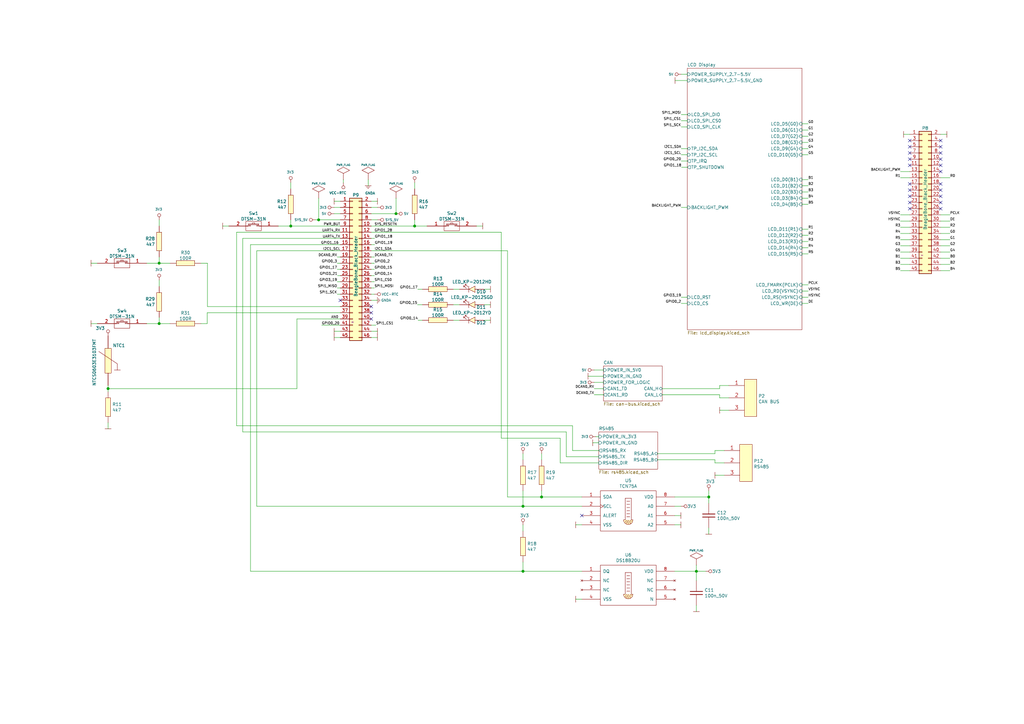
<source format=kicad_sch>
(kicad_sch (version 20210406) (generator eeschema)
  (paper "A3")
  (title_block (title "Beaglebone Black LCD Display cape") (date "2021-04-14") (rev "V1.0") (company "Embedded System Labs"))
  (junction (at 44.323 159.385) (diameter 1.016))
  (junction (at 65.278 107.95) (diameter 1.016))
  (junction (at 65.278 132.715) (diameter 1.016))
  (junction (at 119.253 92.71) (diameter 1.016))
  (junction (at 130.683 90.17) (diameter 1.016))
  (junction (at 162.433 87.63) (diameter 1.016))
  (junction (at 170.053 92.71) (diameter 1.016))
  (junction (at 214.503 207.645) (diameter 1.016))
  (junction (at 214.503 234.315) (diameter 1.016))
  (junction (at 222.123 203.835) (diameter 1.016))
  (junction (at 285.623 234.315) (diameter 1.016))
  (junction (at 290.703 203.835) (diameter 1.016))
  (no_connect (at 139.573 123.19))
  (no_connect (at 152.273 125.73))
  (no_connect (at 152.273 128.27))
  (no_connect (at 152.273 130.81))
  (no_connect (at 238.633 211.455))
  (no_connect (at 373.126 57.658))
  (no_connect (at 373.126 60.198))
  (no_connect (at 373.126 62.738))
  (no_connect (at 373.126 65.278))
  (no_connect (at 373.126 67.818))
  (no_connect (at 373.126 75.438))
  (no_connect (at 373.126 77.978))
  (no_connect (at 373.126 80.518))
  (no_connect (at 373.126 83.058))
  (no_connect (at 373.126 85.598))
  (no_connect (at 385.826 57.658))
  (no_connect (at 385.826 60.198))
  (no_connect (at 385.826 62.738))
  (no_connect (at 385.826 65.278))
  (no_connect (at 385.826 67.818))
  (no_connect (at 385.826 70.358))
  (no_connect (at 385.826 75.438))
  (no_connect (at 385.826 77.978))
  (no_connect (at 385.826 80.518))
  (no_connect (at 385.826 83.058))
  (no_connect (at 385.826 85.598))
  (wire (pts (xy 39.878 107.95) (xy 37.338 107.95)))
  (wire (pts (xy 39.878 132.715) (xy 37.338 132.715)))
  (wire (pts (xy 44.323 158.115) (xy 44.323 159.385)))
  (wire (pts (xy 44.323 159.385) (xy 44.323 160.655)))
  (wire (pts (xy 44.323 159.385) (xy 121.793 159.385)))
  (wire (pts (xy 44.323 173.355) (xy 44.323 175.895)))
  (wire (pts (xy 65.278 90.17) (xy 65.278 92.71)))
  (wire (pts (xy 65.278 105.41) (xy 65.278 107.95)))
  (wire (pts (xy 65.278 107.95) (xy 60.198 107.95)))
  (wire (pts (xy 65.278 107.95) (xy 69.723 107.95)))
  (wire (pts (xy 65.278 114.935) (xy 65.278 117.475)))
  (wire (pts (xy 65.278 130.175) (xy 65.278 132.715)))
  (wire (pts (xy 65.278 132.715) (xy 60.198 132.715)))
  (wire (pts (xy 65.278 132.715) (xy 69.723 132.715)))
  (wire (pts (xy 84.963 128.27) (xy 84.963 132.715)))
  (wire (pts (xy 84.963 132.715) (xy 82.423 132.715)))
  (wire (pts (xy 85.09 107.95) (xy 82.423 107.95)))
  (wire (pts (xy 85.09 125.73) (xy 85.09 107.95)))
  (wire (pts (xy 93.853 92.71) (xy 91.313 92.71)))
  (wire (pts (xy 97.028 95.25) (xy 97.028 174.625)))
  (wire (pts (xy 99.568 97.79) (xy 99.568 177.165)))
  (wire (pts (xy 99.568 177.165) (xy 232.283 177.165)))
  (wire (pts (xy 102.743 100.33) (xy 102.743 234.315)))
  (wire (pts (xy 102.743 234.315) (xy 214.503 234.315)))
  (wire (pts (xy 105.283 102.87) (xy 105.283 207.645)))
  (wire (pts (xy 105.283 207.645) (xy 214.503 207.645)))
  (wire (pts (xy 119.253 74.93) (xy 119.253 77.47)))
  (wire (pts (xy 119.253 90.17) (xy 119.253 92.71)))
  (wire (pts (xy 119.253 92.71) (xy 114.173 92.71)))
  (wire (pts (xy 119.253 92.71) (xy 139.573 92.71)))
  (wire (pts (xy 121.793 130.81) (xy 121.793 159.385)))
  (wire (pts (xy 129.413 90.17) (xy 130.683 90.17)))
  (wire (pts (xy 130.683 81.28) (xy 130.683 90.17)))
  (wire (pts (xy 130.683 90.17) (xy 139.573 90.17)))
  (wire (pts (xy 131.953 133.35) (xy 139.573 133.35)))
  (wire (pts (xy 137.033 135.89) (xy 139.573 135.89)))
  (wire (pts (xy 137.033 138.43) (xy 139.573 138.43)))
  (wire (pts (xy 138.303 105.41) (xy 139.573 105.41)))
  (wire (pts (xy 138.303 107.95) (xy 139.573 107.95)))
  (wire (pts (xy 138.303 110.49) (xy 139.573 110.49)))
  (wire (pts (xy 138.303 115.57) (xy 139.573 115.57)))
  (wire (pts (xy 138.303 118.11) (xy 139.573 118.11)))
  (wire (pts (xy 138.303 120.65) (xy 139.573 120.65)))
  (wire (pts (xy 138.43 113.03) (xy 139.573 113.03)))
  (wire (pts (xy 139.573 82.55) (xy 137.033 82.55)))
  (wire (pts (xy 139.573 85.09) (xy 137.033 85.09)))
  (wire (pts (xy 139.573 87.63) (xy 137.033 87.63)))
  (wire (pts (xy 139.573 95.25) (xy 97.028 95.25)))
  (wire (pts (xy 139.573 97.79) (xy 99.568 97.79)))
  (wire (pts (xy 139.573 100.33) (xy 102.743 100.33)))
  (wire (pts (xy 139.573 102.87) (xy 105.283 102.87)))
  (wire (pts (xy 139.573 125.73) (xy 85.09 125.73)))
  (wire (pts (xy 139.573 128.27) (xy 84.963 128.27)))
  (wire (pts (xy 139.573 130.81) (xy 121.793 130.81)))
  (wire (pts (xy 140.843 73.66) (xy 140.843 74.93)))
  (wire (pts (xy 151.003 73.66) (xy 151.003 76.2)))
  (wire (pts (xy 152.273 82.55) (xy 154.813 82.55)))
  (wire (pts (xy 152.273 85.09) (xy 154.813 85.09)))
  (wire (pts (xy 152.273 87.63) (xy 162.433 87.63)))
  (wire (pts (xy 152.273 90.17) (xy 154.813 90.17)))
  (wire (pts (xy 152.273 92.71) (xy 170.053 92.71)))
  (wire (pts (xy 152.273 95.25) (xy 205.613 95.25)))
  (wire (pts (xy 152.273 97.79) (xy 153.67 97.79)))
  (wire (pts (xy 152.273 100.33) (xy 153.67 100.33)))
  (wire (pts (xy 152.273 102.87) (xy 208.153 102.87)))
  (wire (pts (xy 152.273 105.41) (xy 153.543 105.41)))
  (wire (pts (xy 152.273 107.95) (xy 153.543 107.95)))
  (wire (pts (xy 152.273 110.49) (xy 153.543 110.49)))
  (wire (pts (xy 152.273 113.03) (xy 153.543 113.03)))
  (wire (pts (xy 152.273 115.57) (xy 153.543 115.57)))
  (wire (pts (xy 152.273 118.11) (xy 153.543 118.11)))
  (wire (pts (xy 152.273 120.65) (xy 153.543 120.65)))
  (wire (pts (xy 152.273 123.19) (xy 154.813 123.19)))
  (wire (pts (xy 152.273 133.35) (xy 154.178 133.35)))
  (wire (pts (xy 152.273 135.89) (xy 154.813 135.89)))
  (wire (pts (xy 152.273 138.43) (xy 154.813 138.43)))
  (wire (pts (xy 162.433 81.28) (xy 162.433 87.63)))
  (wire (pts (xy 170.053 74.93) (xy 170.053 77.47)))
  (wire (pts (xy 170.053 90.17) (xy 170.053 92.71)))
  (wire (pts (xy 170.053 92.71) (xy 175.133 92.71)))
  (wire (pts (xy 171.196 124.968) (xy 173.228 124.968)))
  (wire (pts (xy 171.323 118.618) (xy 173.228 118.618)))
  (wire (pts (xy 171.45 131.318) (xy 173.228 131.318)))
  (wire (pts (xy 185.928 118.618) (xy 188.468 118.618)))
  (wire (pts (xy 185.928 124.968) (xy 188.468 124.968)))
  (wire (pts (xy 185.928 131.318) (xy 188.468 131.318)))
  (wire (pts (xy 195.453 92.71) (xy 197.993 92.71)))
  (wire (pts (xy 198.628 118.618) (xy 201.168 118.618)))
  (wire (pts (xy 198.628 124.968) (xy 201.168 124.968)))
  (wire (pts (xy 198.628 131.318) (xy 201.168 131.318)))
  (wire (pts (xy 205.613 95.25) (xy 205.613 179.705)))
  (wire (pts (xy 205.613 179.705) (xy 229.743 179.705)))
  (wire (pts (xy 208.153 102.87) (xy 208.153 203.835)))
  (wire (pts (xy 214.503 186.055) (xy 214.503 188.595)))
  (wire (pts (xy 214.503 201.295) (xy 214.503 207.645)))
  (wire (pts (xy 214.503 207.645) (xy 238.633 207.645)))
  (wire (pts (xy 214.503 215.265) (xy 214.503 217.805)))
  (wire (pts (xy 214.503 230.505) (xy 214.503 234.315)))
  (wire (pts (xy 214.503 234.315) (xy 238.633 234.315)))
  (wire (pts (xy 222.123 186.055) (xy 222.123 188.595)))
  (wire (pts (xy 222.123 201.295) (xy 222.123 203.835)))
  (wire (pts (xy 222.123 203.835) (xy 208.153 203.835)))
  (wire (pts (xy 222.123 203.835) (xy 238.633 203.835)))
  (wire (pts (xy 229.743 179.705) (xy 229.743 189.865)))
  (wire (pts (xy 229.743 189.865) (xy 245.618 189.865)))
  (wire (pts (xy 232.283 177.165) (xy 232.283 187.325)))
  (wire (pts (xy 232.283 187.325) (xy 245.618 187.325)))
  (wire (pts (xy 234.823 174.625) (xy 97.028 174.625)))
  (wire (pts (xy 234.823 184.785) (xy 234.823 174.625)))
  (wire (pts (xy 238.633 215.265) (xy 236.093 215.265)))
  (wire (pts (xy 238.633 245.745) (xy 236.093 245.745)))
  (wire (pts (xy 241.173 154.305) (xy 247.523 154.305)))
  (wire (pts (xy 243.713 151.765) (xy 247.523 151.765)))
  (wire (pts (xy 243.713 156.845) (xy 247.523 156.845)))
  (wire (pts (xy 243.713 159.385) (xy 247.523 159.385)))
  (wire (pts (xy 243.713 161.925) (xy 247.523 161.925)))
  (wire (pts (xy 244.348 179.07) (xy 245.618 179.07)))
  (wire (pts (xy 245.618 181.61) (xy 243.078 181.61)))
  (wire (pts (xy 245.618 184.785) (xy 234.823 184.785)))
  (wire (pts (xy 269.748 186.055) (xy 293.243 186.055)))
  (wire (pts (xy 269.748 188.595) (xy 293.243 188.595)))
  (wire (pts (xy 271.653 159.385) (xy 295.148 159.385)))
  (wire (pts (xy 271.653 161.925) (xy 295.148 161.925)))
  (wire (pts (xy 276.733 211.455) (xy 279.273 211.455)))
  (wire (pts (xy 276.733 215.265) (xy 279.273 215.265)))
  (wire (pts (xy 276.86 33.02) (xy 281.94 33.02)))
  (wire (pts (xy 279.273 207.645) (xy 276.733 207.645)))
  (wire (pts (xy 279.4 30.48) (xy 281.94 30.48)))
  (wire (pts (xy 279.4 46.99) (xy 281.94 46.99)))
  (wire (pts (xy 279.4 49.53) (xy 281.94 49.53)))
  (wire (pts (xy 279.4 52.07) (xy 281.94 52.07)))
  (wire (pts (xy 279.4 60.96) (xy 281.94 60.96)))
  (wire (pts (xy 279.4 63.5) (xy 281.94 63.5)))
  (wire (pts (xy 279.4 66.04) (xy 281.94 66.04)))
  (wire (pts (xy 279.4 85.09) (xy 281.94 85.09)))
  (wire (pts (xy 279.4 121.92) (xy 281.94 121.92)))
  (wire (pts (xy 279.4 124.46) (xy 281.94 124.46)))
  (wire (pts (xy 279.527 68.58) (xy 281.94 68.58)))
  (wire (pts (xy 285.623 231.775) (xy 285.623 234.315)))
  (wire (pts (xy 285.623 234.315) (xy 276.733 234.315)))
  (wire (pts (xy 285.623 238.125) (xy 285.623 234.315)))
  (wire (pts (xy 285.623 248.285) (xy 285.623 250.825)))
  (wire (pts (xy 289.433 234.315) (xy 285.623 234.315)))
  (wire (pts (xy 290.703 201.295) (xy 290.703 203.835)))
  (wire (pts (xy 290.703 203.835) (xy 276.733 203.835)))
  (wire (pts (xy 290.703 206.375) (xy 290.703 203.835)))
  (wire (pts (xy 290.703 216.535) (xy 290.703 219.075)))
  (wire (pts (xy 293.243 184.785) (xy 297.053 184.785)))
  (wire (pts (xy 293.243 186.055) (xy 293.243 184.785)))
  (wire (pts (xy 293.243 188.595) (xy 293.243 189.865)))
  (wire (pts (xy 293.243 189.865) (xy 297.053 189.865)))
  (wire (pts (xy 295.148 158.115) (xy 298.958 158.115)))
  (wire (pts (xy 295.148 159.385) (xy 295.148 158.115)))
  (wire (pts (xy 295.148 161.925) (xy 295.148 163.195)))
  (wire (pts (xy 295.148 163.195) (xy 298.958 163.195)))
  (wire (pts (xy 297.053 194.945) (xy 293.243 194.945)))
  (wire (pts (xy 298.958 168.275) (xy 295.148 168.275)))
  (wire (pts (xy 328.93 50.8) (xy 331.47 50.8)))
  (wire (pts (xy 328.93 53.34) (xy 331.47 53.34)))
  (wire (pts (xy 328.93 55.88) (xy 331.47 55.88)))
  (wire (pts (xy 328.93 58.42) (xy 331.47 58.42)))
  (wire (pts (xy 328.93 60.96) (xy 331.47 60.96)))
  (wire (pts (xy 328.93 63.5) (xy 331.47 63.5)))
  (wire (pts (xy 328.93 73.66) (xy 331.47 73.66)))
  (wire (pts (xy 328.93 76.2) (xy 331.47 76.2)))
  (wire (pts (xy 328.93 78.74) (xy 331.47 78.74)))
  (wire (pts (xy 328.93 81.28) (xy 331.47 81.28)))
  (wire (pts (xy 328.93 83.82) (xy 331.47 83.82)))
  (wire (pts (xy 328.93 93.98) (xy 331.47 93.98)))
  (wire (pts (xy 328.93 96.52) (xy 331.47 96.52)))
  (wire (pts (xy 328.93 99.06) (xy 331.47 99.06)))
  (wire (pts (xy 328.93 101.6) (xy 331.47 101.6)))
  (wire (pts (xy 328.93 104.14) (xy 331.47 104.14)))
  (wire (pts (xy 328.93 116.84) (xy 331.47 116.84)))
  (wire (pts (xy 328.93 119.38) (xy 331.47 119.38)))
  (wire (pts (xy 328.93 121.92) (xy 331.47 121.92)))
  (wire (pts (xy 328.93 124.46) (xy 331.47 124.46)))
  (wire (pts (xy 373.126 55.118) (xy 370.586 55.118)))
  (wire (pts (xy 373.126 70.358) (xy 369.316 70.358)))
  (wire (pts (xy 373.126 72.898) (xy 369.316 72.898)))
  (wire (pts (xy 373.126 88.138) (xy 369.316 88.138)))
  (wire (pts (xy 373.126 90.678) (xy 369.316 90.678)))
  (wire (pts (xy 373.126 93.218) (xy 369.316 93.218)))
  (wire (pts (xy 373.126 95.758) (xy 369.316 95.758)))
  (wire (pts (xy 373.126 98.298) (xy 369.316 98.298)))
  (wire (pts (xy 373.126 100.838) (xy 369.316 100.838)))
  (wire (pts (xy 373.126 103.378) (xy 369.316 103.378)))
  (wire (pts (xy 373.126 105.918) (xy 369.316 105.918)))
  (wire (pts (xy 373.126 108.458) (xy 369.316 108.458)))
  (wire (pts (xy 373.126 110.998) (xy 369.316 110.998)))
  (wire (pts (xy 385.826 55.118) (xy 388.366 55.118)))
  (wire (pts (xy 385.826 72.898) (xy 389.636 72.898)))
  (wire (pts (xy 385.826 88.138) (xy 389.636 88.138)))
  (wire (pts (xy 385.826 90.678) (xy 389.636 90.678)))
  (wire (pts (xy 385.826 93.218) (xy 389.636 93.218)))
  (wire (pts (xy 385.826 95.758) (xy 389.636 95.758)))
  (wire (pts (xy 385.826 98.298) (xy 389.636 98.298)))
  (wire (pts (xy 385.826 100.838) (xy 389.636 100.838)))
  (wire (pts (xy 385.826 103.378) (xy 389.636 103.378)))
  (wire (pts (xy 385.826 105.918) (xy 389.636 105.918)))
  (wire (pts (xy 385.826 108.458) (xy 389.636 108.458)))
  (wire (pts (xy 385.826 110.998) (xy 389.636 110.998)))
  (label "GPIO0_20" (at 131.953 133.35 0) (effects (font (size 1 1))))
  (label "AN0" (at 135.763 130.81 0) (effects (font (size 1 1))))
  (label "DCAN0_RX" (at 138.303 105.41 180) (effects (font (size 1 1))))
  (label "GPIO0_3" (at 138.303 107.95 180) (effects (font (size 1 1))))
  (label "GPIO1_17" (at 138.303 110.49 180) (effects (font (size 1 1))))
  (label "GPIO3_19" (at 138.303 115.57 180) (effects (font (size 1 1))))
  (label "SPI1_MISO" (at 138.303 118.11 180) (effects (font (size 1 1))))
  (label "SPI1_SCK" (at 138.303 120.65 180) (effects (font (size 1 1))))
  (label "GPIO3_21" (at 138.43 113.03 180) (effects (font (size 1 1))))
  (label "GPIO1_16" (at 138.938 100.33 180) (effects (font (size 1 1))))
  (label "PWR_BUT" (at 139.573 92.71 180) (effects (font (size 1 1))))
  (label "UART4_RX" (at 139.573 95.25 180) (effects (font (size 1 1))))
  (label "UART4_TX" (at 139.573 97.79 180) (effects (font (size 1 1))))
  (label "I2C1_SCL" (at 139.573 102.87 180) (effects (font (size 1 1))))
  (label "SYS_RESETN" (at 153.543 92.71 0) (effects (font (size 1 1))))
  (label "GPIO1_28" (at 153.543 95.25 0) (effects (font (size 1 1))))
  (label "I2C1_SDA" (at 153.543 102.87 0) (effects (font (size 1 1))))
  (label "DCAN0_TX" (at 153.543 105.41 0) (effects (font (size 1 1))))
  (label "GPIO0_2" (at 153.543 107.95 0) (effects (font (size 1 1))))
  (label "GPIO0_15" (at 153.543 110.49 0) (effects (font (size 1 1))))
  (label "GPIO0_14" (at 153.543 113.03 0) (effects (font (size 1 1))))
  (label "SPI1_CS0" (at 153.543 115.57 0) (effects (font (size 1 1))))
  (label "SPI1_MOSI" (at 153.543 118.11 0) (effects (font (size 1 1))))
  (label "GPIO1_18" (at 153.67 97.79 0) (effects (font (size 1 1))))
  (label "GPIO1_19" (at 153.67 100.33 0) (effects (font (size 1 1))))
  (label "SPI1_CS1" (at 154.178 133.35 0) (effects (font (size 1 1))))
  (label "GPIO0_15" (at 171.196 124.968 180) (effects (font (size 1 1))))
  (label "GPIO1_17" (at 171.323 118.618 180) (effects (font (size 1 1))))
  (label "GPIO0_14" (at 171.45 131.318 180) (effects (font (size 1 1))))
  (label "DCAN0_RX" (at 243.713 159.385 180) (effects (font (size 1 1))))
  (label "DCAN0_TX" (at 243.713 161.925 180) (effects (font (size 1 1))))
  (label "SPI1_MOSI" (at 279.4 46.99 180) (effects (font (size 1 1))))
  (label "SPI1_CS1" (at 279.4 49.53 180) (effects (font (size 1 1))))
  (label "SPI1_SCK" (at 279.4 52.07 180) (effects (font (size 1 1))))
  (label "I2C1_SDA" (at 279.4 60.96 180) (effects (font (size 1 1))))
  (label "I2C1_SCL" (at 279.4 63.5 180) (effects (font (size 1 1))))
  (label "GPIO0_20" (at 279.4 66.04 180) (effects (font (size 1 1))))
  (label "BACKLIGHT_PWM" (at 279.4 85.09 180) (effects (font (size 1 1))))
  (label "GPIO3_19" (at 279.4 121.92 180) (effects (font (size 1 1))))
  (label "GPIO0_2" (at 279.4 124.46 180) (effects (font (size 1 1))))
  (label "GPIO1_18" (at 279.527 68.58 180) (effects (font (size 1 1))))
  (label "G0" (at 331.47 50.8 0) (effects (font (size 1 1))))
  (label "G1" (at 331.47 53.34 0) (effects (font (size 1 1))))
  (label "G2" (at 331.47 55.88 0) (effects (font (size 1 1))))
  (label "G3" (at 331.47 58.42 0) (effects (font (size 1 1))))
  (label "G4" (at 331.47 60.96 0) (effects (font (size 1 1))))
  (label "G5" (at 331.47 63.5 0) (effects (font (size 1 1))))
  (label "B1" (at 331.47 73.66 0) (effects (font (size 1 1))))
  (label "B2" (at 331.47 76.2 0) (effects (font (size 1 1))))
  (label "B3" (at 331.47 78.74 0) (effects (font (size 1 1))))
  (label "B4" (at 331.47 81.28 0) (effects (font (size 1 1))))
  (label "B5" (at 331.47 83.82 0) (effects (font (size 1 1))))
  (label "R1" (at 331.47 93.98 0) (effects (font (size 1 1))))
  (label "R2" (at 331.47 96.52 0) (effects (font (size 1 1))))
  (label "R3" (at 331.47 99.06 0) (effects (font (size 1 1))))
  (label "R4" (at 331.47 101.6 0) (effects (font (size 1 1))))
  (label "R5" (at 331.47 104.14 0) (effects (font (size 1 1))))
  (label "PCLK" (at 331.47 116.84 0) (effects (font (size 1 1))))
  (label "VSYNC" (at 331.47 119.38 0) (effects (font (size 1 1))))
  (label "HSYNC" (at 331.47 121.92 0) (effects (font (size 1 1))))
  (label "DE" (at 331.47 124.46 0) (effects (font (size 1 1))))
  (label "BACKLIGHT_PWM" (at 369.316 70.358 180) (effects (font (size 1 1))))
  (label "R1" (at 369.316 72.898 180) (effects (font (size 1 1))))
  (label "VSYNC" (at 369.316 88.138 180) (effects (font (size 1 1))))
  (label "HSYNC" (at 369.316 90.678 180) (effects (font (size 1 1))))
  (label "R3" (at 369.316 93.218 180) (effects (font (size 1 1))))
  (label "R4" (at 369.316 95.758 180) (effects (font (size 1 1))))
  (label "R5" (at 369.316 98.298 180) (effects (font (size 1 1))))
  (label "G3" (at 369.316 100.838 180) (effects (font (size 1 1))))
  (label "G5" (at 369.316 103.378 180) (effects (font (size 1 1))))
  (label "B1" (at 369.316 105.918 180) (effects (font (size 1 1))))
  (label "B3" (at 369.316 108.458 180) (effects (font (size 1 1))))
  (label "B5" (at 369.316 110.998 180) (effects (font (size 1 1))))
  (label "R0" (at 389.636 72.898 0) (effects (font (size 1 1))))
  (label "PCLK" (at 389.636 88.138 0) (effects (font (size 1 1))))
  (label "DE" (at 389.636 90.678 0) (effects (font (size 1 1))))
  (label "R2" (at 389.636 93.218 0) (effects (font (size 1 1))))
  (label "G0" (at 389.636 95.758 0) (effects (font (size 1 1))))
  (label "G1" (at 389.636 98.298 0) (effects (font (size 1 1))))
  (label "G2" (at 389.636 100.838 0) (effects (font (size 1 1))))
  (label "G4" (at 389.636 103.378 0) (effects (font (size 1 1))))
  (label "B0" (at 389.636 105.918 0) (effects (font (size 1 1))))
  (label "B2" (at 389.636 108.458 0) (effects (font (size 1 1))))
  (label "B4" (at 389.636 110.998 0) (effects (font (size 1 1))))
  (symbol (lib_id "power:GND") (at 37.338 107.95 270) (mirror x) (unit 1)
    (property "Reference" "#PWR0201" (effects hide))
    (property "Value" "GND" (effects hide))
  )
  (symbol (lib_id "power:GND") (at 37.338 132.715 270) (mirror x) (unit 1)
    (property "Reference" "#PWR0192" (effects hide))
    (property "Value" "GND" (effects hide))
  )
  (symbol (lib_id "power:GND") (at 44.323 175.895 0) (unit 1)
    (property "Reference" "#PWR0157" (effects hide))
    (property "Value" "GND" (effects hide))
  )
  (symbol (lib_id "power:GND") (at 91.313 92.71 270) (mirror x) (unit 1)
    (property "Reference" "#PWR0156" (effects hide))
    (property "Value" "GND" (effects hide))
  )
  (symbol (lib_id "power:GND") (at 137.033 82.55 270) (unit 1)
    (property "Reference" "#PWR0123" (effects hide))
    (property "Value" "GND" (effects hide))
  )
  (symbol (lib_id "power:GND") (at 137.033 135.89 90) (unit 1)
    (property "Reference" "#PWR0107" (effects hide))
    (property "Value" "GND" (effects hide))
  )
  (symbol (lib_id "power:GND") (at 137.033 138.43 90) (unit 1)
    (property "Reference" "#PWR0105" (effects hide))
    (property "Value" "GND" (effects hide))
  )
  (symbol (lib_id "power:GND") (at 154.813 82.55 90) (unit 1)
    (property "Reference" "#PWR0102" (effects hide))
    (property "Value" "GND" (effects hide))
  )
  (symbol (lib_id "power:GND") (at 154.813 135.89 90) (unit 1)
    (property "Reference" "#PWR0106" (effects hide))
    (property "Value" "GND" (effects hide))
  )
  (symbol (lib_id "power:GND") (at 154.813 138.43 90) (unit 1)
    (property "Reference" "#PWR0104" (effects hide))
    (property "Value" "GND" (effects hide))
  )
  (symbol (lib_id "power:GND") (at 197.993 92.71 90) (unit 1)
    (property "Reference" "#PWR0161" (effects hide))
    (property "Value" "GND" (effects hide))
  )
  (symbol (lib_id "power:GND") (at 201.168 118.618 90) (unit 1)
    (property "Reference" "#PWR0174" (effects hide))
    (property "Value" "GND" (effects hide))
  )
  (symbol (lib_id "power:GND") (at 201.168 124.968 90) (unit 1)
    (property "Reference" "#PWR0175" (effects hide))
    (property "Value" "GND" (effects hide))
  )
  (symbol (lib_id "power:GND") (at 201.168 131.318 90) (unit 1)
    (property "Reference" "#PWR0176" (effects hide))
    (property "Value" "GND" (effects hide))
  )
  (symbol (lib_id "power:GND") (at 236.093 215.265 270) (unit 1)
    (property "Reference" "#PWR0164" (effects hide))
    (property "Value" "GND" (effects hide))
  )
  (symbol (lib_id "power:GND") (at 236.093 245.745 270) (unit 1)
    (property "Reference" "#PWR0169" (effects hide))
    (property "Value" "GND" (effects hide))
  )
  (symbol (lib_id "power:GND") (at 241.173 154.305 270) (unit 1)
    (property "Reference" "#PWR0147" (effects hide))
    (property "Value" "GND" (effects hide))
  )
  (symbol (lib_id "power:GND") (at 243.078 181.61 270) (unit 1)
    (property "Reference" "#PWR0186" (effects hide))
    (property "Value" "GND" (effects hide))
  )
  (symbol (lib_id "power:GND") (at 276.86 33.02 270) (unit 1)
    (property "Reference" "#PWR0143" (effects hide))
    (property "Value" "GND" (effects hide))
  )
  (symbol (lib_id "power:GND") (at 279.273 211.455 90) (unit 1)
    (property "Reference" "#PWR0162" (effects hide))
    (property "Value" "GND" (effects hide))
  )
  (symbol (lib_id "power:GND") (at 279.273 215.265 90) (unit 1)
    (property "Reference" "#PWR0163" (effects hide))
    (property "Value" "GND" (effects hide))
  )
  (symbol (lib_id "power:GND") (at 285.623 250.825 0) (unit 1)
    (property "Reference" "#PWR0171" (effects hide))
    (property "Value" "GND" (effects hide))
  )
  (symbol (lib_id "power:GND") (at 290.703 219.075 0) (unit 1)
    (property "Reference" "#PWR0167" (effects hide))
    (property "Value" "GND" (effects hide))
  )
  (symbol (lib_id "power:GND") (at 293.243 194.945 270) (unit 1)
    (property "Reference" "#PWR0187" (effects hide))
    (property "Value" "GND" (effects hide))
  )
  (symbol (lib_id "power:GND") (at 295.148 168.275 270) (unit 1)
    (property "Reference" "#PWR0146" (effects hide))
    (property "Value" "GND" (effects hide))
  )
  (symbol (lib_id "power:GND") (at 370.586 55.118 270) (unit 1)
    (property "Reference" "#PWR0117" (effects hide))
    (property "Value" "GND" (effects hide))
  )
  (symbol (lib_id "power:GND") (at 388.366 55.118 90) (unit 1)
    (property "Reference" "#PWR0110" (effects hide))
    (property "Value" "GND" (effects hide))
  )
  (symbol (lib_id "power:GNDA") (at 151.003 76.2 0) (unit 1)
    (property "Reference" "#PWR0178" (effects hide))
    (property "Value" "GNDA" (at 149.7539 79.248 0) (effects (font (size 1 1)) (justify left)))
  )
  (symbol (lib_id "power:GNDA") (at 154.813 123.19 90) (unit 1)
    (property "Reference" "#PWR0109" (effects hide))
    (property "Value" "GNDA" (at 160.401 123.1691 90) (effects (font (size 1 1)) (justify left)))
  )
  (symbol (lib_id "power:3V3") (at 44.323 137.795 0) (unit 1)
    (property "Reference" "#PWR0154" (effects hide))
    (property "Value" "3V3" (at 39.243 134.62 0) (effects (justify left)))
  )
  (symbol (lib_id "power:3V3") (at 65.278 90.17 0) (mirror y) (unit 1)
    (property "Reference" "#PWR0202" (effects hide))
    (property "Value" "3V3" (at 66.5405 85.8519 0) (effects (font (size 1 1)) (justify left)))
  )
  (symbol (lib_id "power:3V3") (at 65.278 114.935 0) (mirror y) (unit 1)
    (property "Reference" "#PWR0203" (effects hide))
    (property "Value" "3V3" (at 66.5405 110.6169 0) (effects (font (size 1 1)) (justify left)))
  )
  (symbol (lib_id "power:3V3") (at 119.253 74.93 0) (mirror y) (unit 1)
    (property "Reference" "#PWR0155" (effects hide))
    (property "Value" "3V3" (at 120.5155 70.6119 0) (effects (font (size 1 1)) (justify left)))
  )
  (symbol (lib_id "power:SYS_5V") (at 129.413 90.17 90) (unit 1)
    (property "Reference" "#PWR0122" (effects hide))
    (property "Value" "SYS_5V" (at 126.2379 90.1625 90) (effects (font (size 1 1)) (justify left)))
  )
  (symbol (lib_id "power:3V3") (at 137.033 85.09 90) (unit 1)
    (property "Reference" "#PWR0124" (effects hide))
    (property "Value" "3V3" (at 133.9849 85.0825 90) (effects (font (size 1 1)) (justify left)))
  )
  (symbol (lib_id "power:5V") (at 137.033 87.63 90) (unit 1)
    (property "Reference" "#PWR0120" (effects hide))
    (property "Value" "5V" (at 133.8579 87.6225 90) (effects (font (size 1 1)) (justify left)))
  )
  (symbol (lib_id "power:AVCC") (at 140.843 74.93 180) (unit 1)
    (property "Reference" "#PWR0177" (effects hide))
    (property "Value" "AVCC" (at 142.0611 79.1211 0) (effects (font (size 1 1)) (justify left)))
  )
  (symbol (lib_id "power:AVCC") (at 153.543 120.65 270) (unit 1)
    (property "Reference" "#PWR0108" (effects hide))
    (property "Value" "AVCC" (at 156.4641 120.7019 90) (effects (font (size 1 1)) (justify left)))
  )
  (symbol (lib_id "power:3V3") (at 154.813 85.09 270) (unit 1)
    (property "Reference" "#PWR0103" (effects hide))
    (property "Value" "3V3" (at 157.8611 85.0975 90) (effects (font (size 1 1)) (justify left)))
  )
  (symbol (lib_id "power:SYS_5V") (at 154.813 90.17 270) (unit 1)
    (property "Reference" "#PWR0101" (effects hide))
    (property "Value" "SYS_5V" (at 157.9881 90.1775 90) (effects (font (size 1 1)) (justify left)))
  )
  (symbol (lib_id "power:5V") (at 162.433 87.63 270) (unit 1)
    (property "Reference" "#PWR0121" (effects hide))
    (property "Value" "5V" (at 165.6081 87.6375 90) (effects (font (size 1 1)) (justify left)))
  )
  (symbol (lib_id "power:3V3") (at 170.053 74.93 0) (unit 1)
    (property "Reference" "#PWR0158" (effects hide))
    (property "Value" "3V3" (at 168.7905 70.6119 0) (effects (font (size 1 1)) (justify left)))
  )
  (symbol (lib_id "power:3V3") (at 214.503 186.055 0) (unit 1)
    (property "Reference" "#PWR0159" (effects hide))
    (property "Value" "3V3" (at 213.233 182.245 0) (effects (justify left)))
  )
  (symbol (lib_id "power:3V3") (at 214.503 215.265 0) (unit 1)
    (property "Reference" "#PWR0160" (effects hide))
    (property "Value" "3V3" (at 213.233 211.455 0) (effects (justify left)))
  )
  (symbol (lib_id "power:3V3") (at 222.123 186.055 0) (unit 1)
    (property "Reference" "#PWR0165" (effects hide))
    (property "Value" "3V3" (at 220.853 182.245 0) (effects (justify left)))
  )
  (symbol (lib_id "power:5V") (at 243.713 151.765 90) (unit 1)
    (property "Reference" "#PWR0148" (effects hide))
    (property "Value" "5V" (at 240.5379 151.7575 90) (effects (font (size 1 1)) (justify left)))
  )
  (symbol (lib_id "power:3V3") (at 243.713 156.845 90) (unit 1)
    (property "Reference" "#PWR0145" (effects hide))
    (property "Value" "3V3" (at 240.6649 156.8375 90) (effects (font (size 1 1)) (justify left)))
  )
  (symbol (lib_id "power:3V3") (at 244.348 179.07 90) (unit 1)
    (property "Reference" "#PWR0185" (effects hide))
    (property "Value" "3V3" (at 241.2999 179.0625 90) (effects (font (size 1 1)) (justify left)))
  )
  (symbol (lib_id "power:3V3") (at 279.273 207.645 270) (unit 1)
    (property "Reference" "#PWR0170" (effects hide))
    (property "Value" "3V3" (at 281.813 207.645 90) (effects (justify left)))
  )
  (symbol (lib_id "power:5V") (at 279.4 30.48 90) (unit 1)
    (property "Reference" "#PWR0144" (effects hide))
    (property "Value" "5V" (at 276.2249 30.4725 90) (effects (font (size 1 1)) (justify left)))
  )
  (symbol (lib_id "power:3V3") (at 289.433 234.315 270) (unit 1)
    (property "Reference" "#PWR0168" (effects hide))
    (property "Value" "3V3" (at 291.973 234.315 90) (effects (justify left)))
  )
  (symbol (lib_id "power:3V3") (at 290.703 201.295 0) (unit 1)
    (property "Reference" "#PWR0166" (effects hide))
    (property "Value" "3V3" (at 289.433 197.485 0) (effects (justify left)))
  )
  (symbol (lib_id "Resistors_Smd0603:4k7") (at 44.323 167.005 0) (unit 1)
    (property "Reference" "R11" (at 46.0502 165.8366 0) (effects (justify left)))
    (property "Value" "4k7" (at 46.0502 168.148 0) (effects (justify left)))
    (property "Footprint" "Resistor_Smd_0603:4k7_0603" (effects hide))
    (property "Datasheet" "Resistors/Smd_0603/Components_Documentation/Vishay_Resistors_SM0603.pdf" (effects hide))
    (property "Manufacturer" "ROYAL OHM" (effects hide))
    (property "Manufacturer Part Number" "0603SAF4701T5E" (effects hide))
    (property "Supplier" "TME" (effects hide))
    (property "Supplier Part Number" "	SMD0603-4K7-1%" (effects hide))
    (property "URL" "https://www.tme.eu/pl/details/smd0603-4k7-1%2525/rezystory-smd-0603/royal-ohm/0603saf4701t5e/" (effects hide))
    (property "Price@1pc" "0,04698" (effects hide))
    (property "Price@1000pcs" "0,01271" (effects hide))
    (property "Package" "0603" (effects hide))
  )
  (symbol (lib_id "Resistors_Smd0603:4k7") (at 65.278 99.06 0) (mirror y) (unit 1)
    (property "Reference" "R28" (at 63.5508 97.8916 0) (effects (justify left)))
    (property "Value" "4k7" (at 63.5508 100.203 0) (effects (justify left)))
    (property "Footprint" "Resistor_Smd_0603:4k7_0603" (effects hide))
    (property "Datasheet" "Resistors/Smd_0603/Components_Documentation/Vishay_Resistors_SM0603.pdf" (effects hide))
    (property "Manufacturer" "ROYAL OHM" (effects hide))
    (property "Manufacturer Part Number" "0603SAF4701T5E" (effects hide))
    (property "Supplier" "TME" (effects hide))
    (property "Supplier Part Number" "	SMD0603-4K7-1%" (effects hide))
    (property "URL" "https://www.tme.eu/pl/details/smd0603-4k7-1%2525/rezystory-smd-0603/royal-ohm/0603saf4701t5e/" (effects hide))
    (property "Price@1pc" "0,04698" (effects hide))
    (property "Price@1000pcs" "0,01271" (effects hide))
    (property "Package" "0603" (effects hide))
  )
  (symbol (lib_id "Resistors_Smd0603:4k7") (at 65.278 123.825 0) (mirror y) (unit 1)
    (property "Reference" "R29" (at 63.5508 122.6566 0) (effects (justify left)))
    (property "Value" "4k7" (at 63.5508 124.968 0) (effects (justify left)))
    (property "Footprint" "Resistor_Smd_0603:4k7_0603" (effects hide))
    (property "Datasheet" "Resistors/Smd_0603/Components_Documentation/Vishay_Resistors_SM0603.pdf" (effects hide))
    (property "Manufacturer" "ROYAL OHM" (effects hide))
    (property "Manufacturer Part Number" "0603SAF4701T5E" (effects hide))
    (property "Supplier" "TME" (effects hide))
    (property "Supplier Part Number" "	SMD0603-4K7-1%" (effects hide))
    (property "URL" "https://www.tme.eu/pl/details/smd0603-4k7-1%2525/rezystory-smd-0603/royal-ohm/0603saf4701t5e/" (effects hide))
    (property "Price@1pc" "0,04698" (effects hide))
    (property "Price@1000pcs" "0,01271" (effects hide))
    (property "Package" "0603" (effects hide))
  )
  (symbol (lib_id "Resistors_Smd0603:100R") (at 76.073 107.95 90) (unit 1)
    (property "Reference" "R30" (at 76.073 103.6278 90))
    (property "Value" "100R" (at 76.073 105.9265 90))
    (property "Footprint" "Resistor_Smd_0603:100R_0603" (effects hide))
    (property "Datasheet" "https://www.tme.eu/Document/ec37243ca557adb02ebafc5c1ab83104/CQ%20datasheet.pdf" (effects hide))
    (property "Manufacturer" "Royal Ohm" (effects hide))
    (property "Manufacturer Part Number" "CQ03SAF1000T5E" (effects hide))
    (property "Supplier" "Tme" (effects hide))
    (property "Supplier Part Number" "CQ0603-100R-1%" (effects hide))
    (property "URL" "https://www.tme.eu/pl/details/cq0603-100r-1%25/rezystory-smd-0603/royal-ohm/cq03saf1000t5e/" (effects hide))
    (property "Price@1pc" "0,07305" (effects hide))
    (property "Price@100pcs" "0,03414" (effects hide))
    (property "Developer" "MW" (effects hide))
    (property "Package" "0603" (effects hide))
    (property "LCSC Part #(optional)" "C269700" (effects hide))
  )
  (symbol (lib_id "Resistors_Smd0603:100R") (at 76.073 132.715 90) (unit 1)
    (property "Reference" "R31" (at 76.073 128.3928 90))
    (property "Value" "100R" (at 76.073 130.6915 90))
    (property "Footprint" "Resistor_Smd_0603:100R_0603" (effects hide))
    (property "Datasheet" "https://www.tme.eu/Document/ec37243ca557adb02ebafc5c1ab83104/CQ%20datasheet.pdf" (effects hide))
    (property "Manufacturer" "Royal Ohm" (effects hide))
    (property "Manufacturer Part Number" "CQ03SAF1000T5E" (effects hide))
    (property "Supplier" "Tme" (effects hide))
    (property "Supplier Part Number" "CQ0603-100R-1%" (effects hide))
    (property "URL" "https://www.tme.eu/pl/details/cq0603-100r-1%25/rezystory-smd-0603/royal-ohm/cq03saf1000t5e/" (effects hide))
    (property "Price@1pc" "0,07305" (effects hide))
    (property "Price@100pcs" "0,03414" (effects hide))
    (property "Developer" "MW" (effects hide))
    (property "Package" "0603" (effects hide))
    (property "LCSC Part #(optional)" "C269700" (effects hide))
  )
  (symbol (lib_id "Resistors_Smd0603:4k7") (at 119.253 83.82 0) (mirror y) (unit 1)
    (property "Reference" "R12" (at 117.5258 82.6516 0) (effects (justify left)))
    (property "Value" "4k7" (at 117.5258 84.963 0) (effects (justify left)))
    (property "Footprint" "Resistor_Smd_0603:4k7_0603" (effects hide))
    (property "Datasheet" "Resistors/Smd_0603/Components_Documentation/Vishay_Resistors_SM0603.pdf" (effects hide))
    (property "Manufacturer" "ROYAL OHM" (effects hide))
    (property "Manufacturer Part Number" "0603SAF4701T5E" (effects hide))
    (property "Supplier" "TME" (effects hide))
    (property "Supplier Part Number" "	SMD0603-4K7-1%" (effects hide))
    (property "URL" "https://www.tme.eu/pl/details/smd0603-4k7-1%2525/rezystory-smd-0603/royal-ohm/0603saf4701t5e/" (effects hide))
    (property "Price@1pc" "0,04698" (effects hide))
    (property "Price@1000pcs" "0,01271" (effects hide))
    (property "Package" "0603" (effects hide))
  )
  (symbol (lib_id "Resistors_Smd0603:4k7") (at 170.053 83.82 0) (unit 1)
    (property "Reference" "R16" (at 171.7802 82.6516 0) (effects (justify left)))
    (property "Value" "4k7" (at 171.7802 84.963 0) (effects (justify left)))
    (property "Footprint" "Resistor_Smd_0603:4k7_0603" (effects hide))
    (property "Datasheet" "Resistors/Smd_0603/Components_Documentation/Vishay_Resistors_SM0603.pdf" (effects hide))
    (property "Manufacturer" "ROYAL OHM" (effects hide))
    (property "Manufacturer Part Number" "0603SAF4701T5E" (effects hide))
    (property "Supplier" "TME" (effects hide))
    (property "Supplier Part Number" "	SMD0603-4K7-1%" (effects hide))
    (property "URL" "https://www.tme.eu/pl/details/smd0603-4k7-1%2525/rezystory-smd-0603/royal-ohm/0603saf4701t5e/" (effects hide))
    (property "Price@1pc" "0,04698" (effects hide))
    (property "Price@1000pcs" "0,01271" (effects hide))
    (property "Package" "0603" (effects hide))
  )
  (symbol (lib_id "Resistors_Smd0603:100R") (at 179.578 118.618 90) (unit 1)
    (property "Reference" "R13" (at 179.578 114.2958 90))
    (property "Value" "100R" (at 179.578 116.5945 90))
    (property "Footprint" "Resistor_Smd_0603:100R_0603" (effects hide))
    (property "Datasheet" "https://www.tme.eu/Document/ec37243ca557adb02ebafc5c1ab83104/CQ%20datasheet.pdf" (effects hide))
    (property "Manufacturer" "Royal Ohm" (effects hide))
    (property "Manufacturer Part Number" "CQ03SAF1000T5E" (effects hide))
    (property "Supplier" "Tme" (effects hide))
    (property "Supplier Part Number" "CQ0603-100R-1%" (effects hide))
    (property "URL" "https://www.tme.eu/pl/details/cq0603-100r-1%25/rezystory-smd-0603/royal-ohm/cq03saf1000t5e/" (effects hide))
    (property "Price@1pc" "0,07305" (effects hide))
    (property "Price@100pcs" "0,03414" (effects hide))
    (property "Developer" "MW" (effects hide))
    (property "Package" "0603" (effects hide))
    (property "LCSC Part #(optional)" "C269700" (effects hide))
  )
  (symbol (lib_id "Resistors_Smd0603:100R") (at 179.578 124.968 90) (unit 1)
    (property "Reference" "R14" (at 179.578 120.6458 90))
    (property "Value" "100R" (at 179.578 122.9445 90))
    (property "Footprint" "Resistor_Smd_0603:100R_0603" (effects hide))
    (property "Datasheet" "https://www.tme.eu/Document/ec37243ca557adb02ebafc5c1ab83104/CQ%20datasheet.pdf" (effects hide))
    (property "Manufacturer" "Royal Ohm" (effects hide))
    (property "Manufacturer Part Number" "CQ03SAF1000T5E" (effects hide))
    (property "Supplier" "Tme" (effects hide))
    (property "Supplier Part Number" "CQ0603-100R-1%" (effects hide))
    (property "URL" "https://www.tme.eu/pl/details/cq0603-100r-1%25/rezystory-smd-0603/royal-ohm/cq03saf1000t5e/" (effects hide))
    (property "Price@1pc" "0,07305" (effects hide))
    (property "Price@100pcs" "0,03414" (effects hide))
    (property "Developer" "MW" (effects hide))
    (property "Package" "0603" (effects hide))
    (property "LCSC Part #(optional)" "C269700" (effects hide))
  )
  (symbol (lib_id "Resistors_Smd0603:100R") (at 179.578 131.318 90) (unit 1)
    (property "Reference" "R15" (at 179.578 126.9958 90))
    (property "Value" "100R" (at 179.578 129.2945 90))
    (property "Footprint" "Resistor_Smd_0603:100R_0603" (effects hide))
    (property "Datasheet" "https://www.tme.eu/Document/ec37243ca557adb02ebafc5c1ab83104/CQ%20datasheet.pdf" (effects hide))
    (property "Manufacturer" "Royal Ohm" (effects hide))
    (property "Manufacturer Part Number" "CQ03SAF1000T5E" (effects hide))
    (property "Supplier" "Tme" (effects hide))
    (property "Supplier Part Number" "CQ0603-100R-1%" (effects hide))
    (property "URL" "https://www.tme.eu/pl/details/cq0603-100r-1%25/rezystory-smd-0603/royal-ohm/cq03saf1000t5e/" (effects hide))
    (property "Price@1pc" "0,07305" (effects hide))
    (property "Price@100pcs" "0,03414" (effects hide))
    (property "Developer" "MW" (effects hide))
    (property "Package" "0603" (effects hide))
    (property "LCSC Part #(optional)" "C269700" (effects hide))
  )
  (symbol (lib_id "Resistors_Smd0603:4k7") (at 214.503 194.945 0) (unit 1)
    (property "Reference" "R17" (at 216.2302 193.7766 0) (effects (justify left)))
    (property "Value" "4k7" (at 216.2302 196.088 0) (effects (justify left)))
    (property "Footprint" "Resistor_Smd_0603:4k7_0603" (effects hide))
    (property "Datasheet" "Resistors/Smd_0603/Components_Documentation/Vishay_Resistors_SM0603.pdf" (effects hide))
    (property "Manufacturer" "ROYAL OHM" (effects hide))
    (property "Manufacturer Part Number" "0603SAF4701T5E" (effects hide))
    (property "Supplier" "TME" (effects hide))
    (property "Supplier Part Number" "	SMD0603-4K7-1%" (effects hide))
    (property "URL" "https://www.tme.eu/pl/details/smd0603-4k7-1%2525/rezystory-smd-0603/royal-ohm/0603saf4701t5e/" (effects hide))
    (property "Price@1pc" "0,04698" (effects hide))
    (property "Price@1000pcs" "0,01271" (effects hide))
    (property "Package" "0603" (effects hide))
  )
  (symbol (lib_id "Resistors_Smd0603:4k7") (at 214.503 224.155 0) (unit 1)
    (property "Reference" "R18" (at 216.2302 222.9866 0) (effects (justify left)))
    (property "Value" "4k7" (at 216.2302 225.298 0) (effects (justify left)))
    (property "Footprint" "Resistor_Smd_0603:4k7_0603" (effects hide))
    (property "Datasheet" "Resistors/Smd_0603/Components_Documentation/Vishay_Resistors_SM0603.pdf" (effects hide))
    (property "Manufacturer" "ROYAL OHM" (effects hide))
    (property "Manufacturer Part Number" "0603SAF4701T5E" (effects hide))
    (property "Supplier" "TME" (effects hide))
    (property "Supplier Part Number" "	SMD0603-4K7-1%" (effects hide))
    (property "URL" "https://www.tme.eu/pl/details/smd0603-4k7-1%2525/rezystory-smd-0603/royal-ohm/0603saf4701t5e/" (effects hide))
    (property "Price@1pc" "0,04698" (effects hide))
    (property "Price@1000pcs" "0,01271" (effects hide))
    (property "Package" "0603" (effects hide))
  )
  (symbol (lib_id "Resistors_Smd0603:4k7") (at 222.123 194.945 0) (unit 1)
    (property "Reference" "R19" (at 223.8502 193.7766 0) (effects (justify left)))
    (property "Value" "4k7" (at 223.8502 196.088 0) (effects (justify left)))
    (property "Footprint" "Resistor_Smd_0603:4k7_0603" (effects hide))
    (property "Datasheet" "Resistors/Smd_0603/Components_Documentation/Vishay_Resistors_SM0603.pdf" (effects hide))
    (property "Manufacturer" "ROYAL OHM" (effects hide))
    (property "Manufacturer Part Number" "0603SAF4701T5E" (effects hide))
    (property "Supplier" "TME" (effects hide))
    (property "Supplier Part Number" "	SMD0603-4K7-1%" (effects hide))
    (property "URL" "https://www.tme.eu/pl/details/smd0603-4k7-1%2525/rezystory-smd-0603/royal-ohm/0603saf4701t5e/" (effects hide))
    (property "Price@1pc" "0,04698" (effects hide))
    (property "Price@1000pcs" "0,01271" (effects hide))
    (property "Package" "0603" (effects hide))
  )
  (symbol (lib_id "power:PWR_FLAG") (at 130.683 81.28 0) (unit 1)
    (property "Reference" "#FLG0103" (effects hide))
    (property "Value" "PWR_FLAG" (at 130.683 75.2907 0) (effects (font (size 0.762 0.762))))
  )
  (symbol (lib_id "power:PWR_FLAG") (at 140.843 73.66 0) (unit 1)
    (property "Reference" "#FLG0104" (effects hide))
    (property "Value" "PWR_FLAG" (at 140.843 67.6707 0) (effects (font (size 0.762 0.762))))
  )
  (symbol (lib_id "power:PWR_FLAG") (at 151.003 73.66 0) (unit 1)
    (property "Reference" "#FLG0106" (effects hide))
    (property "Value" "PWR_FLAG" (at 151.003 67.6707 0) (effects (font (size 0.762 0.762))))
  )
  (symbol (lib_id "power:PWR_FLAG") (at 162.433 81.28 0) (unit 1)
    (property "Reference" "#FLG0105" (effects hide))
    (property "Value" "PWR_FLAG" (at 162.433 75.2907 0) (effects (font (size 0.762 0.762))))
  )
  (symbol (lib_id "power:PWR_FLAG") (at 285.623 231.775 0) (unit 1)
    (property "Reference" "#FLG0102" (effects hide))
    (property "Value" "PWR_FLAG" (at 285.623 225.7857 0) (effects (font (size 0.762 0.762))))
  )
  (symbol (lib_id "Diodes:LED_KP-2012HD") (at 193.548 118.618 180) (unit 1)
    (property "Reference" "D10" (at 197.358 119.6298 0))
    (property "Value" "LED_KP-2012HD" (at 193.548 115.5785 0))
    (property "Footprint" "Diodes:LED_KP-2012HD_SM0805" (effects hide))
    (property "Datasheet" "D:/Git_Kicad_Library/Schematic/Diodes/Components_Documentation/KP2012xxx.pdf" (effects hide))
  )
  (symbol (lib_id "Diodes:LED_KP-2012SGD") (at 193.548 124.968 180) (unit 1)
    (property "Reference" "D11" (at 197.358 125.9798 0))
    (property "Value" "LED_KP-2012SGD" (at 193.548 121.9285 0))
    (property "Footprint" "Diodes:LED_KP-2012SGD_SM0805" (effects hide))
    (property "Datasheet" "D:/Git_Kicad_Library/Schematic/Diodes/Components_Documentation/KP2012xxx.pdf" (effects hide))
  )
  (symbol (lib_id "Diodes:LED_KP-2012YD") (at 193.548 131.318 180) (unit 1)
    (property "Reference" "D12" (at 197.358 132.3298 0))
    (property "Value" "LED_KP-2012YD" (at 193.548 128.2785 0))
    (property "Footprint" "Diodes:LED_KP-2012YD_SM0805" (effects hide))
    (property "Datasheet" "D:/Git_Kicad_Library/Schematic/Diodes/Components_Documentation/KP2012xxx.pdf" (effects hide))
  )
  (symbol (lib_id "Capacitors_Smd0603:100n") (at 285.623 243.205 0) (unit 1)
    (property "Reference" "C11" (at 288.9504 242.0366 0) (effects (justify left)))
    (property "Value" "100n_50V" (at 288.9504 244.348 0) (effects (justify left)))
    (property "Footprint" "Capacitors_Smd_0603:100nF_0603" (effects hide))
    (property "Datasheet" "Capacitors/Smd_0603/Components_Documentation/KEM_C1005_Y5V_SMD.pdf" (effects hide))
    (property "Manufacturer" "SAMSUNG" (effects hide))
    (property "Manufacturer Part Number" "CL10B104JB8NNNC" (effects hide))
    (property "Supplier" "TME" (effects hide))
    (property "Supplier Part Number" "CL10B104JB8NNNC" (effects hide))
    (property "URL" "https://www.tme.eu/pl/details/cl10b104jb8nnnc/kondensatory-mlcc-smd-0603/samsung/" (effects hide))
    (property "Price@1pc" "0,04540" (effects hide))
    (property "Price@1000pcs" "0,02231" (effects hide))
    (property "Package" "0603" (effects hide))
  )
  (symbol (lib_id "Capacitors_Smd0603:100n") (at 290.703 211.455 0) (unit 1)
    (property "Reference" "C12" (at 294.0304 210.2866 0) (effects (justify left)))
    (property "Value" "100n_50V" (at 294.0304 212.598 0) (effects (justify left)))
    (property "Footprint" "Capacitors_Smd_0603:100nF_0603" (effects hide))
    (property "Datasheet" "Capacitors/Smd_0603/Components_Documentation/KEM_C1005_Y5V_SMD.pdf" (effects hide))
    (property "Manufacturer" "SAMSUNG" (effects hide))
    (property "Manufacturer Part Number" "CL10B104JB8NNNC" (effects hide))
    (property "Supplier" "TME" (effects hide))
    (property "Supplier Part Number" "CL10B104JB8NNNC" (effects hide))
    (property "URL" "https://www.tme.eu/pl/details/cl10b104jb8nnnc/kondensatory-mlcc-smd-0603/samsung/" (effects hide))
    (property "Price@1pc" "0,04540" (effects hide))
    (property "Price@1000pcs" "0,02231" (effects hide))
    (property "Package" "0603" (effects hide))
  )
  (symbol (lib_id "Microswitches:DTSM-31N") (at 50.038 107.95 0) (mirror y) (unit 1)
    (property "Reference" "Sw3" (at 50.038 102.7388 0))
    (property "Value" "DTSM-31N" (at 50.038 105.0375 0))
    (property "Footprint" "Microswitches:DTSM-31N_SMD" (effects hide))
    (property "Datasheet" "Switches/Microswitches/Components_Documentation/dtsm31n.pdf" (effects hide))
  )
  (symbol (lib_id "Microswitches:DTSM-31N") (at 50.038 132.715 0) (mirror y) (unit 1)
    (property "Reference" "Sw4" (at 50.038 127.5038 0))
    (property "Value" "DTSM-31N" (at 50.038 129.8025 0))
    (property "Footprint" "Microswitches:DTSM-31N_SMD" (effects hide))
    (property "Datasheet" "Switches/Microswitches/Components_Documentation/dtsm31n.pdf" (effects hide))
  )
  (symbol (lib_id "Microswitches:DTSM-31N") (at 104.013 92.71 0) (mirror y) (unit 1)
    (property "Reference" "Sw1" (at 104.013 87.4988 0))
    (property "Value" "DTSM-31N" (at 104.013 89.7975 0))
    (property "Footprint" "Microswitches:DTSM-31N_SMD" (effects hide))
    (property "Datasheet" "Switches/Microswitches/Components_Documentation/dtsm31n.pdf" (effects hide))
  )
  (symbol (lib_id "Microswitches:DTSM-31N") (at 185.293 92.71 0) (unit 1)
    (property "Reference" "Sw2" (at 185.293 87.4988 0))
    (property "Value" "DTSM-31N" (at 185.293 89.7975 0))
    (property "Footprint" "Microswitches:DTSM-31N_SMD" (effects hide))
    (property "Datasheet" "Switches/Microswitches/Components_Documentation/dtsm31n.pdf" (effects hide))
  )
  (symbol (lib_id "Discrete_Connectors:DG301-5.0-03P-12-00A(H)") (at 305.943 189.865 0) (unit 1)
    (property "Reference" "P12" (at 309.1181 189.1041 0) (effects (justify left)))
    (property "Value" "RS485" (at 309.1181 191.4028 0) (effects (justify left)))
    (property "Footprint" "Discrete_Connectors:DG301-5.0-03P-12-00A(H)" (effects hide))
    (property "Datasheet" "Connectors/Discrete_Connectors/Components_Documentation/DG301-5.0-03P-12-00A(H).pdf" (effects hide))
    (property "Manufacturer" "	DEGSON ELECTRONICS" (effects hide))
    (property "Manufacturer Part Number" "DG301-5.0-03P-12-00A(H)" (effects hide))
    (property "Supplier" "TME" (effects hide))
    (property "Supplier Part Number" "DG301-5.0-3P12" (effects hide))
    (property "URL" "https://www.tme.eu/pl/details/dg301-5.0-3p12/listwy-zaciskowe-do-druku/degson-electronics/dg301-5-0-03p-12-00a-h/" (effects hide))
    (property "Price@1pc" "0,9220" (effects hide))
    (property "Price@1000pcs" "0,6199" (effects hide))
    (property "Developer" "WP" (effects hide))
  )
  (symbol (lib_id "Discrete_Connectors:DG301-5.0-03P-12-00A(H)") (at 307.848 163.195 0) (unit 1)
    (property "Reference" "P2" (at 311.0231 162.4341 0) (effects (justify left)))
    (property "Value" "CAN BUS" (at 311.0231 164.7328 0) (effects (justify left)))
    (property "Footprint" "Discrete_Connectors:DG301-5.0-03P-12-00A(H)" (effects hide))
    (property "Datasheet" "Connectors/Discrete_Connectors/Components_Documentation/DG301-5.0-03P-12-00A(H).pdf" (effects hide))
    (property "Manufacturer" "	DEGSON ELECTRONICS" (effects hide))
    (property "Manufacturer Part Number" "DG301-5.0-03P-12-00A(H)" (effects hide))
    (property "Supplier" "TME" (effects hide))
    (property "Supplier Part Number" "DG301-5.0-3P12" (effects hide))
    (property "URL" "https://www.tme.eu/pl/details/dg301-5.0-3p12/listwy-zaciskowe-do-druku/degson-electronics/dg301-5-0-03p-12-00a-h/" (effects hide))
    (property "Price@1pc" "0,9220" (effects hide))
    (property "Price@1000pcs" "0,6199" (effects hide))
    (property "Developer" "WP" (effects hide))
  )
  (symbol (lib_id "NTC_Thermistors:NTCS0603E3103FMT") (at 44.323 147.955 90) (unit 1)
    (property "Reference" "NTC1" (at 46.3042 141.7066 90) (effects (justify right)))
    (property "Value" "NTCS0603E3103FMT" (at 38.6842 138.938 0) (effects (justify right)))
    (property "Footprint" "NTC_Thermistors:NTCS0603E3103FMT" (effects hide))
    (property "Datasheet" "https://datasheet.lcsc.com/szlcsc/1811131630_TDK-NTCG163JF103FT1_C76589.pdf" (effects hide))
    (property "Manufacturer" "TDK/SR PASSIVES" (effects hide))
    (property "Manufacturer Part Number" "NTCG163JF103FT1" (effects hide))
    (property "Supplier" "TME" (effects hide))
    (property "Supplier Part Number" "NTC0603-10K-B1" (effects hide))
    (property "URL" "https://www.tme.eu/pl/details/ntc0603-10k-b1/termistory-ntc-pomiarowe-smd/sr-passives/" (effects hide))
    (property "Price@10pcs" "0,9687" (effects hide))
    (property "Price@1000pcs" "0,4261" (effects hide))
    (property "Developer" "MW" (effects hide))
    (property "Package" "0603" (effects hide))
    (property "LCSC Part # (optional)" "C76589" (effects hide))
  )
  (symbol (lib_id "Temperature_Sensors:TCN75A") (at 257.683 208.915 0) (unit 1)
    (property "Reference" "U5" (at 257.683 197.104 0))
    (property "Value" "TCN75A" (at 257.683 199.4154 0))
    (property "Footprint" "Temperature_Sensors:TCN75A_SOIC8" (effects hide))
    (property "Datasheet" "Temperature_Sensors/Components_Documentation/TCN75A_21935D.pdf" (effects hide))
  )
  (symbol (lib_id "Temperature_Sensors:DS18B20U") (at 257.683 239.395 0) (unit 1)
    (property "Reference" "U6" (at 257.683 227.584 0))
    (property "Value" "DS18B20U" (at 257.683 229.8954 0))
    (property "Footprint" "Temperature_Sensors:DS18B20U_MSOP-8_3x3mm_P0.65mm" (effects hide))
    (property "Datasheet" "Temperature_Sensors/Components_Documentation/DS18B20.pdf" (effects hide))
  )
  (symbol (lib_id "Connector_Generic:Conn_02x23_Odd_Even") (at 144.653 110.49 0) (unit 1)
    (property "Reference" "P9" (at 145.923 80.01 0))
    (property "Value" "BeagleBone_Black_Header" (at 145.923 109.22 90))
    (property "Footprint" "Socket_BeagleBone_Black:Socket_BeagleBone_Black" (effects hide))
    (property "Datasheet" "~" (at 144.653 132.08 0) (effects (font (size 1.524 1.524))))
  )
  (symbol (lib_id "Connector_Generic:Conn_02x23_Odd_Even") (at 378.206 83.058 0) (unit 1)
    (property "Reference" "P8" (at 379.476 52.578 0))
    (property "Value" "BeagleBone_Black_Header" (at 379.476 81.788 90))
    (property "Footprint" "Socket_BeagleBone_Black:Socket_BeagleBone_Black" (effects hide))
    (property "Datasheet" "~" (at 378.206 104.648 0) (effects (font (size 1.524 1.524))))
  )
  (sheet (at 247.523 150.114) (size 24.13 14.351) (stroke (width 0.0006))
    (property "Sheet name" "CAN" (at 247.523 149.4783 0) (effects (justify left bottom)))
    (property "Sheet file" "can-bus.kicad_sch" (at 247.523 164.9737 0) (effects (justify left top)))
    (pin "POWER_IN_GND" input (at 247.523 154.305 180))
    (pin "POWER_IN_5V0" input (at 247.523 151.765 180))
    (pin "CAN1_TD" input (at 247.523 159.385 180))
    (pin "CAN1_RD" output (at 247.523 161.925 180))
    (pin "POWER_FOR_LOGIC" input (at 247.523 156.845 180))
    (pin "CAN_H" bidirectional (at 271.653 159.385 0))
    (pin "CAN_L" bidirectional (at 271.653 161.925 0))
  )
  (sheet (at 281.94 27.94) (size 46.99 107.315) (stroke (width 0.0006))
    (property "Sheet name" "LCD Display" (at 281.94 27.3043 0) (effects (justify left bottom)))
    (property "Sheet file" "lcd_display.kicad_sch" (at 281.94 135.7637 0) (effects (justify left top)))
    (pin "LCD_SPI_DIO" bidirectional (at 281.94 46.99 180))
    (pin "LCD_SPI_CS0" input (at 281.94 49.53 180))
    (pin "LCD_SPI_CLK" input (at 281.94 52.07 180))
    (pin "LCD_D4(B5)" input (at 328.93 83.82 0))
    (pin "LCD_D6(G1)" input (at 328.93 53.34 0))
    (pin "LCD_D5(G0)" input (at 328.93 50.8 0))
    (pin "LCD_D3(B4)" input (at 328.93 81.28 0))
    (pin "LCD_D2(B3)" input (at 328.93 78.74 0))
    (pin "LCD_D1(B2)" input (at 328.93 76.2 0))
    (pin "LCD_D0(B1)" input (at 328.93 73.66 0))
    (pin "LCD_D8(G3)" input (at 328.93 58.42 0))
    (pin "LCD_D7(G2)" input (at 328.93 55.88 0))
    (pin "TP_SHUTDOWN" output (at 281.94 68.58 180))
    (pin "TP_I2C_SCL" input (at 281.94 63.5 180))
    (pin "TP_I2C_SDA" bidirectional (at 281.94 60.96 180))
    (pin "TP_IRQ" output (at 281.94 66.04 180))
    (pin "POWER_SUPPLY_2.7-5.5V_GND" input (at 281.94 33.02 180))
    (pin "POWER_SUPPLY_2.7-5.5V" input (at 281.94 30.48 180))
    (pin "BACKLIGHT_PWM" input (at 281.94 85.09 180))
    (pin "LCD_WR(DE)" input (at 328.93 124.46 0))
    (pin "LCD_RST" input (at 281.94 121.92 180))
    (pin "LCD_CS" input (at 281.94 124.46 180))
    (pin "LCD_D9(G4)" input (at 328.93 60.96 0))
    (pin "LCD_D13(R3)" input (at 328.93 99.06 0))
    (pin "LCD_D10(G5)" input (at 328.93 63.5 0))
    (pin "LCD_D14(R4)" input (at 328.93 101.6 0))
    (pin "LCD_D12(R2)" input (at 328.93 96.52 0))
    (pin "LCD_D11(R1)" input (at 328.93 93.98 0))
    (pin "LCD_RD(VSYNC)" input (at 328.93 119.38 0))
    (pin "LCD_D15(R5)" input (at 328.93 104.14 0))
    (pin "LCD_FMARK(PCLK)" input (at 328.93 116.84 0))
    (pin "LCD_RS(HSYNC)" input (at 328.93 121.92 0))
  )
  (sheet (at 245.618 177.165) (size 24.13 15.24) (stroke (width 0.0006))
    (property "Sheet name" "RS485" (at 245.618 176.5293 0) (effects (justify left bottom)))
    (property "Sheet file" "rs485.kicad_sch" (at 245.618 192.9137 0) (effects (justify left top)))
    (pin "RS485_RX" output (at 245.618 184.785 180))
    (pin "RS485_DIR" input (at 245.618 189.865 180))
    (pin "POWER_IN_3V3" input (at 245.618 179.07 180))
    (pin "POWER_IN_GND" input (at 245.618 181.61 180))
    (pin "RS485_TX" input (at 245.618 187.325 180))
    (pin "RS485_B" bidirectional (at 269.748 188.595 0))
    (pin "RS485_A" bidirectional (at 269.748 186.055 0))
  )
)
</source>
